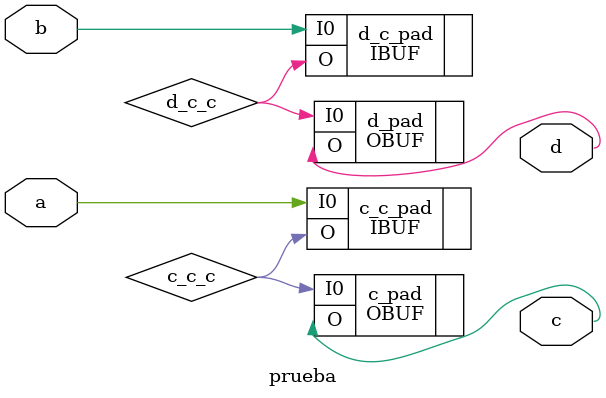
<source format=v>

module prueba (a, b, c, d);   // prueba.vhd(6[8:14])
    input a;   // prueba.vhd(7[2:3])
    input b;   // prueba.vhd(7[4:5])
    output c;   // prueba.vhd(8[2:3])
    output d;   // prueba.vhd(8[4:5])
    
    
    wire c_c_c, d_c_c, pwr, gnd;
    
    OBUF c_pad (.O(c), .I0(c_c_c));   // C:/ispLEVER_Classic2_0/lse/userware/NT/SYNTHESIS_HEADERS/mach.v(270[8:12])
    IBUF c_c_pad (.O(c_c_c), .I0(a));   // C:/ispLEVER_Classic2_0/lse/userware/NT/SYNTHESIS_HEADERS/mach.v(186[8:12])
    IBUF d_c_pad (.O(d_c_c), .I0(b));   // C:/ispLEVER_Classic2_0/lse/userware/NT/SYNTHESIS_HEADERS/mach.v(186[8:12])
    VCC i31 (.X(pwr));
    OBUF d_pad (.O(d), .I0(d_c_c));   // C:/ispLEVER_Classic2_0/lse/userware/NT/SYNTHESIS_HEADERS/mach.v(270[8:12])
    GND i30 (.X(gnd));
    
endmodule
//
// Verilog Description of module VCC
// module not written out since it is a black-box. 
//

//
// Verilog Description of module GND
// module not written out since it is a black-box. 
//


</source>
